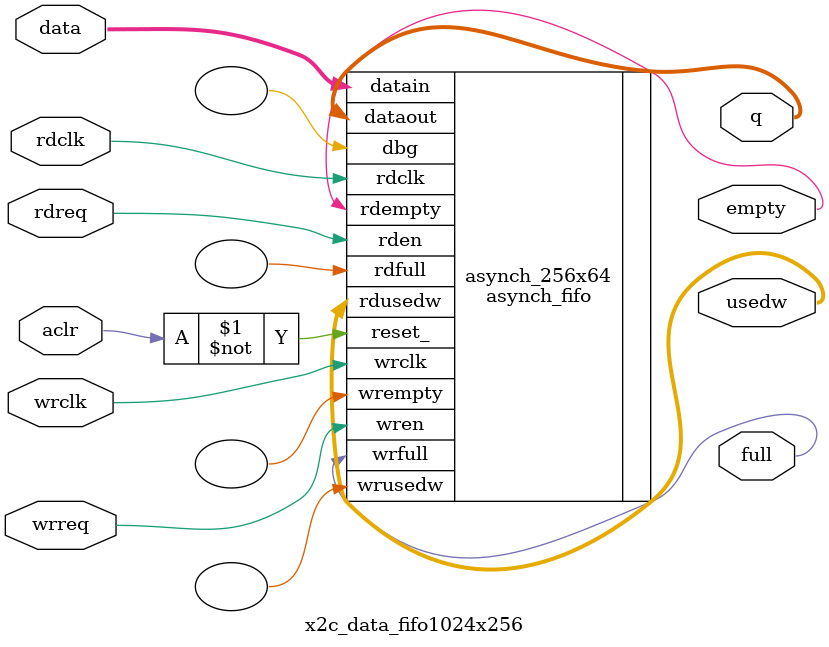
<source format=v>

`timescale 1ns/1ps
// synopsys translate_on

module x2c_data_fifo1024x256

(
			aclr,		//i-1                                                      
			                                                                       
			wrclk,      //i-1, Clk for writing data                                
			wrreq,      //i-1, request to write                                    
			data,       //i-256, Data coming in                                    
			full,       //o-1, indicates fifo is full or not (To avoid overiding)  
		                                                                           
			rdclk,	    //i-1, Clk for reading data                                
			rdreq,      //i-1, Request to read from FIFO                           
			q, 	        //o-256, Data coming out                                   
			empty,      //o-1, indicates fifo is empty or not (to avoid underflow) 
			usedw       //o-11, 1number of slots currently in use for reading      

);
	parameter WIDTH = 256,
			  DEPTH = 1024,
			  PTR	= 10;
			  
			  
			input  wire 				aclr;	//i-1  
                                                       
			input  wire 				wrclk;  //i-1, Clk for writing data                               
			input  wire 				wrreq;  //i-1, request to write                                   
			input  wire [WIDTH-1 : 0]	data;   //i-256, Data coming in                                    
			output wire					full;   //o-1, indicates fifo is full or not (To avoid overiding) 
		                                                                                              
			input  wire 				rdclk;  //i-1, Clk for reading data                               
			input  wire 				rdreq;  //i-1, Request to read from FIFO                          
			output wire [WIDTH-1 : 0]	q; 	    //o-256, Data coming out                                   
			output wire 				empty;  //o-1, indicates fifo is empty or not (to avoid underflow)
			output wire [PTR : 0] 		usedw;  //o-11, 1number of slots currently in use for reading      

			

asynch_fifo	#(.WIDTH (WIDTH),		  			
					  	  .DEPTH (DEPTH),
					 	  .PTR	 (PTR) )		 
 											
	asynch_256x64		  (
			.reset_		(~aclr),
			        	
			.wrclk		(wrclk),			//i, Clk to write data                                    	      
			.wren		(wrreq),	   	    //i, write enable                                                
			.datain		(data),			    //i, write data                                                  
			.wrfull		(full),			    //o, indicates fifo is full or not (To avoid overiding)          
			.wrempty	(),				                                                                     
			.wrusedw	(),				                                                                     
                    	                                                                                     
			.rdclk		(rdclk),		                                                                     
			.rden		(rdreq),		    // i-1, Clk to read data                                         
			.dataout	(q),			    // i-1, read enable of data FIFO                                 
			.rdfull		(),				    // Dataout of data FIFO                                          
			.rdempty	(empty),		    // indicates fifo is empty or not (to avoid underflow)           
			.rdusedw	(usedw),		    // rdusedw -number of locations filled in fifo (not used )       

			.dbg		()

		 );
endmodule
</source>
